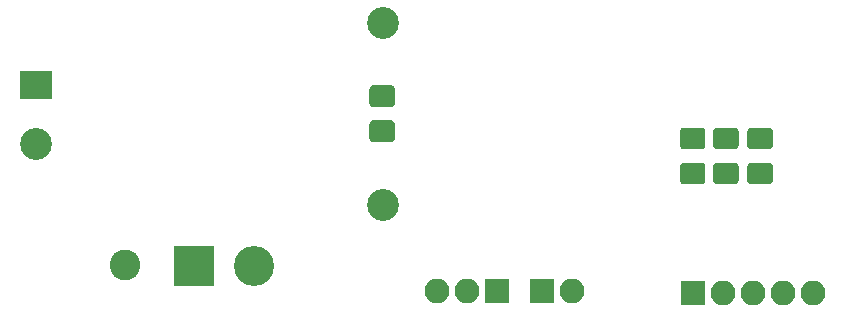
<source format=gbr>
G04 #@! TF.GenerationSoftware,KiCad,Pcbnew,(5.1.5-0-10_14)*
G04 #@! TF.CreationDate,2020-04-24T15:56:46+02:00*
G04 #@! TF.ProjectId,ESP8266-PowerMonitor,45535038-3236-4362-9d50-6f7765724d6f,rev?*
G04 #@! TF.SameCoordinates,Original*
G04 #@! TF.FileFunction,Soldermask,Bot*
G04 #@! TF.FilePolarity,Negative*
%FSLAX46Y46*%
G04 Gerber Fmt 4.6, Leading zero omitted, Abs format (unit mm)*
G04 Created by KiCad (PCBNEW (5.1.5-0-10_14)) date 2020-04-24 15:56:46*
%MOMM*%
%LPD*%
G04 APERTURE LIST*
%ADD10C,2.600000*%
%ADD11C,1.000000*%
%ADD12R,2.100000X2.100000*%
%ADD13O,2.100000X2.100000*%
%ADD14R,3.400000X3.400000*%
%ADD15C,3.400000*%
%ADD16C,2.700000*%
%ADD17R,2.700000X2.400000*%
G04 APERTURE END LIST*
D10*
X117600000Y-113700000D03*
D11*
G36*
X140186207Y-101476542D02*
G01*
X140217287Y-101481152D01*
X140247766Y-101488787D01*
X140277350Y-101499372D01*
X140305754Y-101512806D01*
X140332704Y-101528959D01*
X140357942Y-101547677D01*
X140381223Y-101568777D01*
X140402323Y-101592058D01*
X140421041Y-101617296D01*
X140437194Y-101644246D01*
X140450628Y-101672650D01*
X140461213Y-101702234D01*
X140468848Y-101732713D01*
X140473458Y-101763793D01*
X140475000Y-101795176D01*
X140475000Y-102979824D01*
X140473458Y-103011207D01*
X140468848Y-103042287D01*
X140461213Y-103072766D01*
X140450628Y-103102350D01*
X140437194Y-103130754D01*
X140421041Y-103157704D01*
X140402323Y-103182942D01*
X140381223Y-103206223D01*
X140357942Y-103227323D01*
X140332704Y-103246041D01*
X140305754Y-103262194D01*
X140277350Y-103275628D01*
X140247766Y-103286213D01*
X140217287Y-103293848D01*
X140186207Y-103298458D01*
X140154824Y-103300000D01*
X138645176Y-103300000D01*
X138613793Y-103298458D01*
X138582713Y-103293848D01*
X138552234Y-103286213D01*
X138522650Y-103275628D01*
X138494246Y-103262194D01*
X138467296Y-103246041D01*
X138442058Y-103227323D01*
X138418777Y-103206223D01*
X138397677Y-103182942D01*
X138378959Y-103157704D01*
X138362806Y-103130754D01*
X138349372Y-103102350D01*
X138338787Y-103072766D01*
X138331152Y-103042287D01*
X138326542Y-103011207D01*
X138325000Y-102979824D01*
X138325000Y-101795176D01*
X138326542Y-101763793D01*
X138331152Y-101732713D01*
X138338787Y-101702234D01*
X138349372Y-101672650D01*
X138362806Y-101644246D01*
X138378959Y-101617296D01*
X138397677Y-101592058D01*
X138418777Y-101568777D01*
X138442058Y-101547677D01*
X138467296Y-101528959D01*
X138494246Y-101512806D01*
X138522650Y-101499372D01*
X138552234Y-101488787D01*
X138582713Y-101481152D01*
X138613793Y-101476542D01*
X138645176Y-101475000D01*
X140154824Y-101475000D01*
X140186207Y-101476542D01*
G37*
G36*
X140186207Y-98501542D02*
G01*
X140217287Y-98506152D01*
X140247766Y-98513787D01*
X140277350Y-98524372D01*
X140305754Y-98537806D01*
X140332704Y-98553959D01*
X140357942Y-98572677D01*
X140381223Y-98593777D01*
X140402323Y-98617058D01*
X140421041Y-98642296D01*
X140437194Y-98669246D01*
X140450628Y-98697650D01*
X140461213Y-98727234D01*
X140468848Y-98757713D01*
X140473458Y-98788793D01*
X140475000Y-98820176D01*
X140475000Y-100004824D01*
X140473458Y-100036207D01*
X140468848Y-100067287D01*
X140461213Y-100097766D01*
X140450628Y-100127350D01*
X140437194Y-100155754D01*
X140421041Y-100182704D01*
X140402323Y-100207942D01*
X140381223Y-100231223D01*
X140357942Y-100252323D01*
X140332704Y-100271041D01*
X140305754Y-100287194D01*
X140277350Y-100300628D01*
X140247766Y-100311213D01*
X140217287Y-100318848D01*
X140186207Y-100323458D01*
X140154824Y-100325000D01*
X138645176Y-100325000D01*
X138613793Y-100323458D01*
X138582713Y-100318848D01*
X138552234Y-100311213D01*
X138522650Y-100300628D01*
X138494246Y-100287194D01*
X138467296Y-100271041D01*
X138442058Y-100252323D01*
X138418777Y-100231223D01*
X138397677Y-100207942D01*
X138378959Y-100182704D01*
X138362806Y-100155754D01*
X138349372Y-100127350D01*
X138338787Y-100097766D01*
X138331152Y-100067287D01*
X138326542Y-100036207D01*
X138325000Y-100004824D01*
X138325000Y-98820176D01*
X138326542Y-98788793D01*
X138331152Y-98757713D01*
X138338787Y-98727234D01*
X138349372Y-98697650D01*
X138362806Y-98669246D01*
X138378959Y-98642296D01*
X138397677Y-98617058D01*
X138418777Y-98593777D01*
X138442058Y-98572677D01*
X138467296Y-98553959D01*
X138494246Y-98537806D01*
X138522650Y-98524372D01*
X138552234Y-98513787D01*
X138582713Y-98506152D01*
X138613793Y-98501542D01*
X138645176Y-98500000D01*
X140154824Y-98500000D01*
X140186207Y-98501542D01*
G37*
D12*
X152900000Y-115900000D03*
D13*
X155440000Y-115900000D03*
D12*
X165700000Y-116100000D03*
D13*
X168240000Y-116100000D03*
X170780000Y-116100000D03*
X173320000Y-116100000D03*
X175860000Y-116100000D03*
D14*
X123500000Y-113800000D03*
D15*
X128580000Y-113800000D03*
D16*
X139500000Y-93250000D03*
D17*
X110100000Y-98450000D03*
D16*
X110100000Y-103450000D03*
X139500000Y-108650000D03*
D11*
G36*
X172186207Y-102089042D02*
G01*
X172217287Y-102093652D01*
X172247766Y-102101287D01*
X172277350Y-102111872D01*
X172305754Y-102125306D01*
X172332704Y-102141459D01*
X172357942Y-102160177D01*
X172381223Y-102181277D01*
X172402323Y-102204558D01*
X172421041Y-102229796D01*
X172437194Y-102256746D01*
X172450628Y-102285150D01*
X172461213Y-102314734D01*
X172468848Y-102345213D01*
X172473458Y-102376293D01*
X172475000Y-102407676D01*
X172475000Y-103592324D01*
X172473458Y-103623707D01*
X172468848Y-103654787D01*
X172461213Y-103685266D01*
X172450628Y-103714850D01*
X172437194Y-103743254D01*
X172421041Y-103770204D01*
X172402323Y-103795442D01*
X172381223Y-103818723D01*
X172357942Y-103839823D01*
X172332704Y-103858541D01*
X172305754Y-103874694D01*
X172277350Y-103888128D01*
X172247766Y-103898713D01*
X172217287Y-103906348D01*
X172186207Y-103910958D01*
X172154824Y-103912500D01*
X170645176Y-103912500D01*
X170613793Y-103910958D01*
X170582713Y-103906348D01*
X170552234Y-103898713D01*
X170522650Y-103888128D01*
X170494246Y-103874694D01*
X170467296Y-103858541D01*
X170442058Y-103839823D01*
X170418777Y-103818723D01*
X170397677Y-103795442D01*
X170378959Y-103770204D01*
X170362806Y-103743254D01*
X170349372Y-103714850D01*
X170338787Y-103685266D01*
X170331152Y-103654787D01*
X170326542Y-103623707D01*
X170325000Y-103592324D01*
X170325000Y-102407676D01*
X170326542Y-102376293D01*
X170331152Y-102345213D01*
X170338787Y-102314734D01*
X170349372Y-102285150D01*
X170362806Y-102256746D01*
X170378959Y-102229796D01*
X170397677Y-102204558D01*
X170418777Y-102181277D01*
X170442058Y-102160177D01*
X170467296Y-102141459D01*
X170494246Y-102125306D01*
X170522650Y-102111872D01*
X170552234Y-102101287D01*
X170582713Y-102093652D01*
X170613793Y-102089042D01*
X170645176Y-102087500D01*
X172154824Y-102087500D01*
X172186207Y-102089042D01*
G37*
G36*
X172186207Y-105064042D02*
G01*
X172217287Y-105068652D01*
X172247766Y-105076287D01*
X172277350Y-105086872D01*
X172305754Y-105100306D01*
X172332704Y-105116459D01*
X172357942Y-105135177D01*
X172381223Y-105156277D01*
X172402323Y-105179558D01*
X172421041Y-105204796D01*
X172437194Y-105231746D01*
X172450628Y-105260150D01*
X172461213Y-105289734D01*
X172468848Y-105320213D01*
X172473458Y-105351293D01*
X172475000Y-105382676D01*
X172475000Y-106567324D01*
X172473458Y-106598707D01*
X172468848Y-106629787D01*
X172461213Y-106660266D01*
X172450628Y-106689850D01*
X172437194Y-106718254D01*
X172421041Y-106745204D01*
X172402323Y-106770442D01*
X172381223Y-106793723D01*
X172357942Y-106814823D01*
X172332704Y-106833541D01*
X172305754Y-106849694D01*
X172277350Y-106863128D01*
X172247766Y-106873713D01*
X172217287Y-106881348D01*
X172186207Y-106885958D01*
X172154824Y-106887500D01*
X170645176Y-106887500D01*
X170613793Y-106885958D01*
X170582713Y-106881348D01*
X170552234Y-106873713D01*
X170522650Y-106863128D01*
X170494246Y-106849694D01*
X170467296Y-106833541D01*
X170442058Y-106814823D01*
X170418777Y-106793723D01*
X170397677Y-106770442D01*
X170378959Y-106745204D01*
X170362806Y-106718254D01*
X170349372Y-106689850D01*
X170338787Y-106660266D01*
X170331152Y-106629787D01*
X170326542Y-106598707D01*
X170325000Y-106567324D01*
X170325000Y-105382676D01*
X170326542Y-105351293D01*
X170331152Y-105320213D01*
X170338787Y-105289734D01*
X170349372Y-105260150D01*
X170362806Y-105231746D01*
X170378959Y-105204796D01*
X170397677Y-105179558D01*
X170418777Y-105156277D01*
X170442058Y-105135177D01*
X170467296Y-105116459D01*
X170494246Y-105100306D01*
X170522650Y-105086872D01*
X170552234Y-105076287D01*
X170582713Y-105068652D01*
X170613793Y-105064042D01*
X170645176Y-105062500D01*
X172154824Y-105062500D01*
X172186207Y-105064042D01*
G37*
G36*
X169286207Y-102089042D02*
G01*
X169317287Y-102093652D01*
X169347766Y-102101287D01*
X169377350Y-102111872D01*
X169405754Y-102125306D01*
X169432704Y-102141459D01*
X169457942Y-102160177D01*
X169481223Y-102181277D01*
X169502323Y-102204558D01*
X169521041Y-102229796D01*
X169537194Y-102256746D01*
X169550628Y-102285150D01*
X169561213Y-102314734D01*
X169568848Y-102345213D01*
X169573458Y-102376293D01*
X169575000Y-102407676D01*
X169575000Y-103592324D01*
X169573458Y-103623707D01*
X169568848Y-103654787D01*
X169561213Y-103685266D01*
X169550628Y-103714850D01*
X169537194Y-103743254D01*
X169521041Y-103770204D01*
X169502323Y-103795442D01*
X169481223Y-103818723D01*
X169457942Y-103839823D01*
X169432704Y-103858541D01*
X169405754Y-103874694D01*
X169377350Y-103888128D01*
X169347766Y-103898713D01*
X169317287Y-103906348D01*
X169286207Y-103910958D01*
X169254824Y-103912500D01*
X167745176Y-103912500D01*
X167713793Y-103910958D01*
X167682713Y-103906348D01*
X167652234Y-103898713D01*
X167622650Y-103888128D01*
X167594246Y-103874694D01*
X167567296Y-103858541D01*
X167542058Y-103839823D01*
X167518777Y-103818723D01*
X167497677Y-103795442D01*
X167478959Y-103770204D01*
X167462806Y-103743254D01*
X167449372Y-103714850D01*
X167438787Y-103685266D01*
X167431152Y-103654787D01*
X167426542Y-103623707D01*
X167425000Y-103592324D01*
X167425000Y-102407676D01*
X167426542Y-102376293D01*
X167431152Y-102345213D01*
X167438787Y-102314734D01*
X167449372Y-102285150D01*
X167462806Y-102256746D01*
X167478959Y-102229796D01*
X167497677Y-102204558D01*
X167518777Y-102181277D01*
X167542058Y-102160177D01*
X167567296Y-102141459D01*
X167594246Y-102125306D01*
X167622650Y-102111872D01*
X167652234Y-102101287D01*
X167682713Y-102093652D01*
X167713793Y-102089042D01*
X167745176Y-102087500D01*
X169254824Y-102087500D01*
X169286207Y-102089042D01*
G37*
G36*
X169286207Y-105064042D02*
G01*
X169317287Y-105068652D01*
X169347766Y-105076287D01*
X169377350Y-105086872D01*
X169405754Y-105100306D01*
X169432704Y-105116459D01*
X169457942Y-105135177D01*
X169481223Y-105156277D01*
X169502323Y-105179558D01*
X169521041Y-105204796D01*
X169537194Y-105231746D01*
X169550628Y-105260150D01*
X169561213Y-105289734D01*
X169568848Y-105320213D01*
X169573458Y-105351293D01*
X169575000Y-105382676D01*
X169575000Y-106567324D01*
X169573458Y-106598707D01*
X169568848Y-106629787D01*
X169561213Y-106660266D01*
X169550628Y-106689850D01*
X169537194Y-106718254D01*
X169521041Y-106745204D01*
X169502323Y-106770442D01*
X169481223Y-106793723D01*
X169457942Y-106814823D01*
X169432704Y-106833541D01*
X169405754Y-106849694D01*
X169377350Y-106863128D01*
X169347766Y-106873713D01*
X169317287Y-106881348D01*
X169286207Y-106885958D01*
X169254824Y-106887500D01*
X167745176Y-106887500D01*
X167713793Y-106885958D01*
X167682713Y-106881348D01*
X167652234Y-106873713D01*
X167622650Y-106863128D01*
X167594246Y-106849694D01*
X167567296Y-106833541D01*
X167542058Y-106814823D01*
X167518777Y-106793723D01*
X167497677Y-106770442D01*
X167478959Y-106745204D01*
X167462806Y-106718254D01*
X167449372Y-106689850D01*
X167438787Y-106660266D01*
X167431152Y-106629787D01*
X167426542Y-106598707D01*
X167425000Y-106567324D01*
X167425000Y-105382676D01*
X167426542Y-105351293D01*
X167431152Y-105320213D01*
X167438787Y-105289734D01*
X167449372Y-105260150D01*
X167462806Y-105231746D01*
X167478959Y-105204796D01*
X167497677Y-105179558D01*
X167518777Y-105156277D01*
X167542058Y-105135177D01*
X167567296Y-105116459D01*
X167594246Y-105100306D01*
X167622650Y-105086872D01*
X167652234Y-105076287D01*
X167682713Y-105068652D01*
X167713793Y-105064042D01*
X167745176Y-105062500D01*
X169254824Y-105062500D01*
X169286207Y-105064042D01*
G37*
G36*
X166486207Y-102089042D02*
G01*
X166517287Y-102093652D01*
X166547766Y-102101287D01*
X166577350Y-102111872D01*
X166605754Y-102125306D01*
X166632704Y-102141459D01*
X166657942Y-102160177D01*
X166681223Y-102181277D01*
X166702323Y-102204558D01*
X166721041Y-102229796D01*
X166737194Y-102256746D01*
X166750628Y-102285150D01*
X166761213Y-102314734D01*
X166768848Y-102345213D01*
X166773458Y-102376293D01*
X166775000Y-102407676D01*
X166775000Y-103592324D01*
X166773458Y-103623707D01*
X166768848Y-103654787D01*
X166761213Y-103685266D01*
X166750628Y-103714850D01*
X166737194Y-103743254D01*
X166721041Y-103770204D01*
X166702323Y-103795442D01*
X166681223Y-103818723D01*
X166657942Y-103839823D01*
X166632704Y-103858541D01*
X166605754Y-103874694D01*
X166577350Y-103888128D01*
X166547766Y-103898713D01*
X166517287Y-103906348D01*
X166486207Y-103910958D01*
X166454824Y-103912500D01*
X164945176Y-103912500D01*
X164913793Y-103910958D01*
X164882713Y-103906348D01*
X164852234Y-103898713D01*
X164822650Y-103888128D01*
X164794246Y-103874694D01*
X164767296Y-103858541D01*
X164742058Y-103839823D01*
X164718777Y-103818723D01*
X164697677Y-103795442D01*
X164678959Y-103770204D01*
X164662806Y-103743254D01*
X164649372Y-103714850D01*
X164638787Y-103685266D01*
X164631152Y-103654787D01*
X164626542Y-103623707D01*
X164625000Y-103592324D01*
X164625000Y-102407676D01*
X164626542Y-102376293D01*
X164631152Y-102345213D01*
X164638787Y-102314734D01*
X164649372Y-102285150D01*
X164662806Y-102256746D01*
X164678959Y-102229796D01*
X164697677Y-102204558D01*
X164718777Y-102181277D01*
X164742058Y-102160177D01*
X164767296Y-102141459D01*
X164794246Y-102125306D01*
X164822650Y-102111872D01*
X164852234Y-102101287D01*
X164882713Y-102093652D01*
X164913793Y-102089042D01*
X164945176Y-102087500D01*
X166454824Y-102087500D01*
X166486207Y-102089042D01*
G37*
G36*
X166486207Y-105064042D02*
G01*
X166517287Y-105068652D01*
X166547766Y-105076287D01*
X166577350Y-105086872D01*
X166605754Y-105100306D01*
X166632704Y-105116459D01*
X166657942Y-105135177D01*
X166681223Y-105156277D01*
X166702323Y-105179558D01*
X166721041Y-105204796D01*
X166737194Y-105231746D01*
X166750628Y-105260150D01*
X166761213Y-105289734D01*
X166768848Y-105320213D01*
X166773458Y-105351293D01*
X166775000Y-105382676D01*
X166775000Y-106567324D01*
X166773458Y-106598707D01*
X166768848Y-106629787D01*
X166761213Y-106660266D01*
X166750628Y-106689850D01*
X166737194Y-106718254D01*
X166721041Y-106745204D01*
X166702323Y-106770442D01*
X166681223Y-106793723D01*
X166657942Y-106814823D01*
X166632704Y-106833541D01*
X166605754Y-106849694D01*
X166577350Y-106863128D01*
X166547766Y-106873713D01*
X166517287Y-106881348D01*
X166486207Y-106885958D01*
X166454824Y-106887500D01*
X164945176Y-106887500D01*
X164913793Y-106885958D01*
X164882713Y-106881348D01*
X164852234Y-106873713D01*
X164822650Y-106863128D01*
X164794246Y-106849694D01*
X164767296Y-106833541D01*
X164742058Y-106814823D01*
X164718777Y-106793723D01*
X164697677Y-106770442D01*
X164678959Y-106745204D01*
X164662806Y-106718254D01*
X164649372Y-106689850D01*
X164638787Y-106660266D01*
X164631152Y-106629787D01*
X164626542Y-106598707D01*
X164625000Y-106567324D01*
X164625000Y-105382676D01*
X164626542Y-105351293D01*
X164631152Y-105320213D01*
X164638787Y-105289734D01*
X164649372Y-105260150D01*
X164662806Y-105231746D01*
X164678959Y-105204796D01*
X164697677Y-105179558D01*
X164718777Y-105156277D01*
X164742058Y-105135177D01*
X164767296Y-105116459D01*
X164794246Y-105100306D01*
X164822650Y-105086872D01*
X164852234Y-105076287D01*
X164882713Y-105068652D01*
X164913793Y-105064042D01*
X164945176Y-105062500D01*
X166454824Y-105062500D01*
X166486207Y-105064042D01*
G37*
D12*
X149100000Y-115900000D03*
D13*
X146560000Y-115900000D03*
X144020000Y-115900000D03*
M02*

</source>
